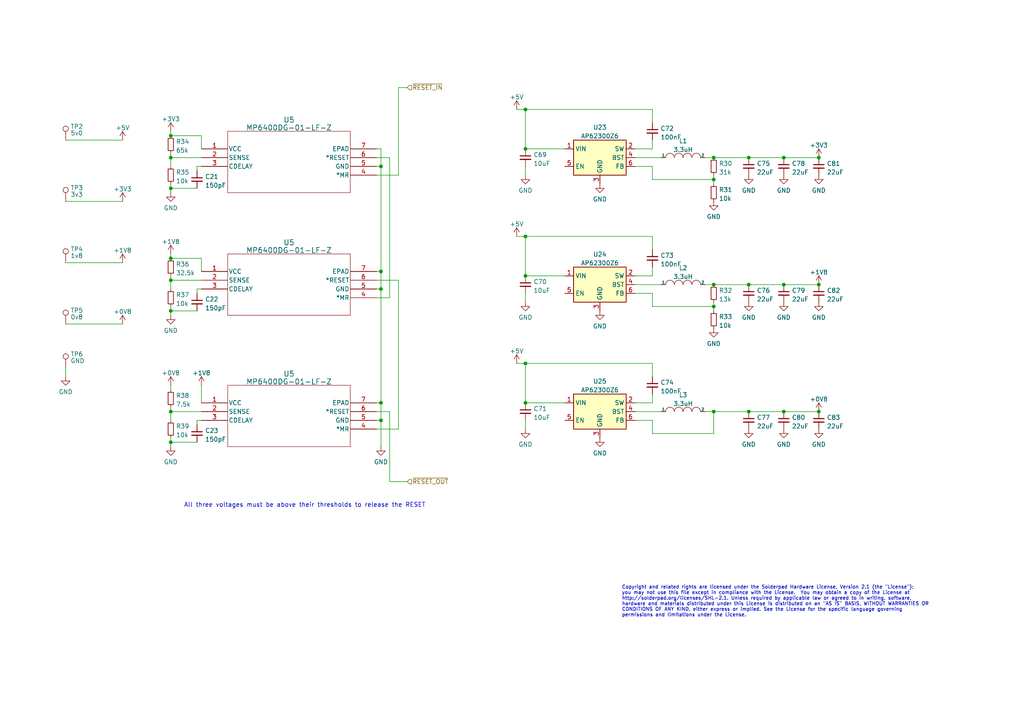
<source format=kicad_sch>
(kicad_sch (version 20230121) (generator eeschema)
  (paper "A4")
  (lib_symbols
    (symbol "Connector:TestPoint" (pin_numbers hide) (pin_names (offset 0.762) hide)
      (property "Reference" "TP" (at 0 6.858 0))
      (property "Value" "TestPoint" (at 0 5.08 0))
      (symbol "TestPoint_0_1"
        (circle (center 0 3.302) (radius 0.762))
      )
      (symbol "TestPoint_1_1"
        (pin passive line (at 0 0 90) (length 2.54) (name "1") (number "1"))
      )
    )
    (symbol "Device:C_Small" (pin_numbers hide) (pin_names (offset 0.254) hide)
      (property "Reference" "C" (at 0.254 1.778 0))
      (property "Value" "C_Small" (at 0.254 -2.032 0))
      (symbol "C_Small_0_1"
        (polyline (pts (xy -1.524 -0.508) (xy 1.524 -0.508)) (stroke (width 0.3302)))
        (polyline (pts (xy -1.524 0.508) (xy 1.524 0.508)) (stroke (width 0.3048)))
      )
      (symbol "C_Small_1_1"
        (pin passive line (at 0 2.54 270) (length 2.032) (name "~") (number "1"))
        (pin passive line (at 0 -2.54 90) (length 2.032) (name "~") (number "2"))
      )
    )
    (symbol "Device:R_Small" (pin_numbers hide) (pin_names (offset 0.254) hide)
      (property "Reference" "R" (at 0.762 0.508 0))
      (property "Value" "R_Small" (at 0.762 -1.016 0))
      (symbol "R_Small_0_1"
        (rectangle (start -0.762 1.778) (end 0.762 -1.778) (stroke (width 0.2032)))
      )
      (symbol "R_Small_1_1"
        (pin passive line (at 0 2.54 270) (length 0.762) (name "~") (number "1"))
        (pin passive line (at 0 -2.54 90) (length 0.762) (name "~") (number "2"))
      )
    )
    (symbol "MP6400:MP6400DG-01-LF-Z" (pin_names (offset 0.254))
      (property "Reference" "U" (at 25.4 10.16 0))
      (property "Value" "MP6400DG-01-LF-Z" (at 25.4 7.62 0))
      (symbol "MP6400DG-01-LF-Z_0_1"
        (polyline (pts (xy 7.62 -12.7) (xy 43.18 -12.7)) (stroke (width 0.127)))
        (polyline (pts (xy 7.62 5.08) (xy 7.62 -12.7)) (stroke (width 0.127)))
        (polyline (pts (xy 43.18 -12.7) (xy 43.18 5.08)) (stroke (width 0.127)))
        (polyline (pts (xy 43.18 5.08) (xy 7.62 5.08)) (stroke (width 0.127)))
        (pin power_in line (at 0 0 0) (length 7.62) (name "VCC") (number "1"))
        (pin unspecified line (at 0 -2.54 0) (length 7.62) (name "SENSE") (number "2"))
        (pin unspecified line (at 0 -5.08 0) (length 7.62) (name "CDELAY") (number "3"))
        (pin unspecified line (at 50.8 -7.62 180) (length 7.62) (name "*MR") (number "4"))
        (pin power_in line (at 50.8 -5.08 180) (length 7.62) (name "GND") (number "5"))
        (pin unspecified line (at 50.8 -2.54 180) (length 7.62) (name "*RESET") (number "6"))
        (pin power_in line (at 50.8 0 180) (length 7.62) (name "EPAD") (number "7"))
      )
    )
    (symbol "Regulator_Switching:AP62300Z6"
      (property "Reference" "U" (at -7.62 6.35 0))
      (property "Value" "AP62300Z6" (at 6.35 -6.35 0))
      (symbol "AP62300Z6_0_1"
        (rectangle (start -7.62 5.08) (end 7.62 -5.08) (stroke (width 0.254)) (fill (type background)))
      )
      (symbol "AP62300Z6_1_1"
        (pin power_in line (at -10.16 2.54 0) (length 2.54) (name "VIN") (number "1"))
        (pin output line (at 10.16 2.54 180) (length 2.54) (name "SW") (number "2"))
        (pin power_in line (at 0 -7.62 90) (length 2.54) (name "GND") (number "3"))
        (pin passive line (at 10.16 0 180) (length 2.54) (name "BST") (number "4"))
        (pin input line (at -10.16 -2.54 0) (length 2.54) (name "EN") (number "5"))
        (pin input line (at 10.16 -2.54 180) (length 2.54) (name "FB") (number "6"))
      )
    )
    (symbol "power:+0V8" (power) (pin_names (offset 0))
      (property "Value" "+0V8" (at 0 3.556 0))
      (symbol "+0V8_0_1"
        (polyline (pts (xy -0.762 1.27) (xy 0 2.54)))
        (polyline (pts (xy 0 0) (xy 0 2.54)))
        (polyline (pts (xy 0 2.54) (xy 0.762 1.27)))
      )
      (symbol "+0V8_1_1"
        (pin power_in line (at 0 0 90) (length 0) hide (name "+0V8") (number "1"))
      )
    )
    (symbol "power:+1V8" (power) (pin_names (offset 0))
      (property "Value" "+1V8" (at 0 3.556 0))
      (symbol "+1V8_0_1"
        (polyline (pts (xy -0.762 1.27) (xy 0 2.54)))
        (polyline (pts (xy 0 0) (xy 0 2.54)))
        (polyline (pts (xy 0 2.54) (xy 0.762 1.27)))
      )
      (symbol "+1V8_1_1"
        (pin power_in line (at 0 0 90) (length 0) hide (name "+1V8") (number "1"))
      )
    )
    (symbol "power:+3.3V" (power) (pin_names (offset 0))
      (property "Value" "+3.3V" (at 0 3.556 0))
      (symbol "+3.3V_0_1"
        (polyline (pts (xy -0.762 1.27) (xy 0 2.54)))
        (polyline (pts (xy 0 0) (xy 0 2.54)))
        (polyline (pts (xy 0 2.54) (xy 0.762 1.27)))
      )
      (symbol "+3.3V_1_1"
        (pin power_in line (at 0 0 90) (length 0) hide (name "+3V3") (number "1"))
      )
    )
    (symbol "power:+5V" (power) (pin_names (offset 0))
      (property "Value" "+5V" (at 0 3.556 0))
      (symbol "+5V_0_1"
        (polyline (pts (xy -0.762 1.27) (xy 0 2.54)))
        (polyline (pts (xy 0 0) (xy 0 2.54)))
        (polyline (pts (xy 0 2.54) (xy 0.762 1.27)))
      )
      (symbol "+5V_1_1"
        (pin power_in line (at 0 0 90) (length 0) hide (name "+5V") (number "1"))
      )
    )
    (symbol "power:GND" (power) (pin_names (offset 0))
      (property "Value" "GND" (at 0 -3.81 0))
      (symbol "GND_0_1"
        (polyline (pts (xy 0 0) (xy 0 -1.27) (xy 1.27 -1.27) (xy 0 -2.54) (xy -1.27 -1.27) (xy 0 -1.27)))
      )
      (symbol "GND_1_1"
        (pin power_in line (at 0 0 270) (length 0) hide (name "GND") (number "1"))
      )
    )
    (symbol "pspice:INDUCTOR" (pin_numbers hide) (pin_names (offset 0))
      (property "Reference" "L" (at 0 2.54 0))
      (property "Value" "INDUCTOR" (at 0 -1.27 0))
      (symbol "INDUCTOR_0_1"
        (arc (start -2.54 0) (mid -3.81 1.2645) (end -5.08 0))
        (arc (start 0 0) (mid -1.27 1.2645) (end -2.54 0))
        (arc (start 2.54 0) (mid 1.27 1.2645) (end 0 0))
        (arc (start 5.08 0) (mid 3.81 1.2645) (end 2.54 0))
      )
      (symbol "INDUCTOR_1_1"
        (pin input line (at -6.35 0 0) (length 1.27) (name "1") (number "1"))
        (pin input line (at 6.35 0 180) (length 1.27) (name "2") (number "2"))
      )
    )
  )
  (junction (at 227.33 82.55))
  (junction (at 49.53 54.61))
  (junction (at 237.49 119.38))
  (junction (at 152.4 116.84))
  (junction (at 49.53 81.28))
  (junction (at 152.4 43.18))
  (junction (at 152.4 80.01))
  (junction (at 237.49 45.72))
  (junction (at 110.49 121.92))
  (junction (at 110.49 116.84))
  (junction (at 110.49 78.74))
  (junction (at 49.53 45.72))
  (junction (at 49.53 119.38))
  (junction (at 217.17 45.72))
  (junction (at 207.01 88.9))
  (junction (at 49.53 128.27))
  (junction (at 110.49 48.26))
  (junction (at 152.4 68.58))
  (junction (at 152.4 31.75))
  (junction (at 49.53 39.37))
  (junction (at 110.49 83.82))
  (junction (at 237.49 82.55))
  (junction (at 207.01 45.72))
  (junction (at 49.53 74.93))
  (junction (at 227.33 45.72))
  (junction (at 207.01 82.55))
  (junction (at 227.33 119.38))
  (junction (at 49.53 90.17))
  (junction (at 217.17 119.38))
  (junction (at 152.4 105.41))
  (junction (at 217.17 82.55))
  (junction (at 207.01 119.38))
  (junction (at 207.01 52.07))
  (wire (pts (xy 152.4 31.75) (xy 152.4 43.18)))
  (wire (pts (xy 109.22 119.38) (xy 113.03 119.38)))
  (wire (pts (xy 49.53 128.27) (xy 49.53 129.54)))
  (wire (pts (xy 115.57 81.28) (xy 115.57 124.46)))
  (wire (pts (xy 115.57 50.8) (xy 115.57 25.4)))
  (wire (pts (xy 204.47 82.55) (xy 207.01 82.55)))
  (wire (pts (xy 189.23 77.47) (xy 189.23 80.01)))
  (wire (pts (xy 152.4 48.26) (xy 152.4 50.8)))
  (wire (pts (xy 49.53 118.11) (xy 49.53 119.38)))
  (wire (pts (xy 227.33 119.38) (xy 237.49 119.38)))
  (wire (pts (xy 19.05 58.42) (xy 35.56 58.42)))
  (wire (pts (xy 49.53 38.1) (xy 49.53 39.37)))
  (wire (pts (xy 152.4 68.58) (xy 189.23 68.58)))
  (wire (pts (xy 189.23 121.92) (xy 189.23 125.73)))
  (wire (pts (xy 49.53 119.38) (xy 49.53 121.92)))
  (wire (pts (xy 49.53 90.17) (xy 49.53 91.44)))
  (wire (pts (xy 189.23 88.9) (xy 207.01 88.9)))
  (wire (pts (xy 152.4 31.75) (xy 189.23 31.75)))
  (wire (pts (xy 217.17 45.72) (xy 227.33 45.72)))
  (wire (pts (xy 49.53 45.72) (xy 49.53 48.26)))
  (wire (pts (xy 109.22 78.74) (xy 110.49 78.74)))
  (wire (pts (xy 49.53 128.27) (xy 57.15 128.27)))
  (wire (pts (xy 189.23 52.07) (xy 207.01 52.07)))
  (wire (pts (xy 113.03 45.72) (xy 113.03 86.36)))
  (wire (pts (xy 207.01 88.9) (xy 207.01 90.17)))
  (wire (pts (xy 49.53 39.37) (xy 58.42 39.37)))
  (wire (pts (xy 57.15 48.26) (xy 57.15 49.53)))
  (wire (pts (xy 58.42 48.26) (xy 57.15 48.26)))
  (wire (pts (xy 19.05 93.98) (xy 35.56 93.98)))
  (wire (pts (xy 184.15 119.38) (xy 191.77 119.38)))
  (wire (pts (xy 19.05 106.68) (xy 19.05 109.22)))
  (wire (pts (xy 204.47 45.72) (xy 207.01 45.72)))
  (wire (pts (xy 110.49 48.26) (xy 110.49 78.74)))
  (wire (pts (xy 184.15 80.01) (xy 189.23 80.01)))
  (wire (pts (xy 189.23 40.64) (xy 189.23 43.18)))
  (wire (pts (xy 152.4 121.92) (xy 152.4 124.46)))
  (wire (pts (xy 184.15 121.92) (xy 189.23 121.92)))
  (wire (pts (xy 217.17 82.55) (xy 227.33 82.55)))
  (wire (pts (xy 109.22 81.28) (xy 115.57 81.28)))
  (wire (pts (xy 49.53 81.28) (xy 58.42 81.28)))
  (wire (pts (xy 49.53 119.38) (xy 58.42 119.38)))
  (wire (pts (xy 58.42 74.93) (xy 58.42 78.74)))
  (wire (pts (xy 49.53 111.76) (xy 49.53 113.03)))
  (wire (pts (xy 115.57 50.8) (xy 109.22 50.8)))
  (wire (pts (xy 113.03 119.38) (xy 113.03 139.7)))
  (wire (pts (xy 58.42 39.37) (xy 58.42 43.18)))
  (wire (pts (xy 227.33 82.55) (xy 237.49 82.55)))
  (wire (pts (xy 207.01 82.55) (xy 217.17 82.55)))
  (wire (pts (xy 207.01 119.38) (xy 217.17 119.38)))
  (wire (pts (xy 19.05 76.2) (xy 35.56 76.2)))
  (wire (pts (xy 49.53 54.61) (xy 49.53 55.88)))
  (wire (pts (xy 184.15 43.18) (xy 189.23 43.18)))
  (wire (pts (xy 49.53 90.17) (xy 57.15 90.17)))
  (wire (pts (xy 149.86 105.41) (xy 152.4 105.41)))
  (wire (pts (xy 49.53 74.93) (xy 58.42 74.93)))
  (wire (pts (xy 152.4 105.41) (xy 189.23 105.41)))
  (wire (pts (xy 189.23 68.58) (xy 189.23 72.39)))
  (wire (pts (xy 109.22 121.92) (xy 110.49 121.92)))
  (wire (pts (xy 149.86 68.58) (xy 152.4 68.58)))
  (wire (pts (xy 207.01 119.38) (xy 207.01 125.73)))
  (wire (pts (xy 115.57 124.46) (xy 109.22 124.46)))
  (wire (pts (xy 49.53 88.9) (xy 49.53 90.17)))
  (wire (pts (xy 109.22 48.26) (xy 110.49 48.26)))
  (wire (pts (xy 49.53 45.72) (xy 58.42 45.72)))
  (wire (pts (xy 110.49 43.18) (xy 110.49 48.26)))
  (wire (pts (xy 204.47 119.38) (xy 207.01 119.38)))
  (wire (pts (xy 207.01 45.72) (xy 217.17 45.72)))
  (wire (pts (xy 57.15 83.82) (xy 57.15 85.09)))
  (wire (pts (xy 49.53 81.28) (xy 49.53 83.82)))
  (wire (pts (xy 227.33 45.72) (xy 237.49 45.72)))
  (wire (pts (xy 19.05 40.64) (xy 35.56 40.64)))
  (wire (pts (xy 184.15 45.72) (xy 191.77 45.72)))
  (wire (pts (xy 109.22 43.18) (xy 110.49 43.18)))
  (wire (pts (xy 152.4 105.41) (xy 152.4 116.84)))
  (wire (pts (xy 189.23 105.41) (xy 189.23 109.22)))
  (wire (pts (xy 184.15 82.55) (xy 191.77 82.55)))
  (wire (pts (xy 189.23 31.75) (xy 189.23 35.56)))
  (wire (pts (xy 110.49 121.92) (xy 110.49 129.54)))
  (wire (pts (xy 49.53 73.66) (xy 49.53 74.93)))
  (wire (pts (xy 49.53 44.45) (xy 49.53 45.72)))
  (wire (pts (xy 152.4 85.09) (xy 152.4 87.63)))
  (wire (pts (xy 49.53 127) (xy 49.53 128.27)))
  (wire (pts (xy 152.4 68.58) (xy 152.4 80.01)))
  (wire (pts (xy 184.15 85.09) (xy 189.23 85.09)))
  (wire (pts (xy 207.01 87.63) (xy 207.01 88.9)))
  (wire (pts (xy 207.01 50.8) (xy 207.01 52.07)))
  (wire (pts (xy 113.03 86.36) (xy 109.22 86.36)))
  (wire (pts (xy 109.22 83.82) (xy 110.49 83.82)))
  (wire (pts (xy 152.4 43.18) (xy 163.83 43.18)))
  (wire (pts (xy 217.17 119.38) (xy 227.33 119.38)))
  (wire (pts (xy 58.42 111.76) (xy 58.42 116.84)))
  (wire (pts (xy 149.86 31.75) (xy 152.4 31.75)))
  (wire (pts (xy 110.49 83.82) (xy 110.49 116.84)))
  (wire (pts (xy 152.4 116.84) (xy 163.83 116.84)))
  (wire (pts (xy 109.22 45.72) (xy 113.03 45.72)))
  (wire (pts (xy 207.01 52.07) (xy 207.01 53.34)))
  (wire (pts (xy 109.22 116.84) (xy 110.49 116.84)))
  (wire (pts (xy 113.03 139.7) (xy 118.11 139.7)))
  (wire (pts (xy 189.23 85.09) (xy 189.23 88.9)))
  (wire (pts (xy 58.42 121.92) (xy 57.15 121.92)))
  (wire (pts (xy 58.42 83.82) (xy 57.15 83.82)))
  (wire (pts (xy 189.23 48.26) (xy 189.23 52.07)))
  (wire (pts (xy 189.23 114.3) (xy 189.23 116.84)))
  (wire (pts (xy 110.49 116.84) (xy 110.49 121.92)))
  (wire (pts (xy 57.15 121.92) (xy 57.15 123.19)))
  (wire (pts (xy 115.57 25.4) (xy 118.11 25.4)))
  (wire (pts (xy 152.4 80.01) (xy 163.83 80.01)))
  (wire (pts (xy 189.23 125.73) (xy 207.01 125.73)))
  (wire (pts (xy 110.49 78.74) (xy 110.49 83.82)))
  (wire (pts (xy 184.15 116.84) (xy 189.23 116.84)))
  (wire (pts (xy 49.53 53.34) (xy 49.53 54.61)))
  (wire (pts (xy 49.53 54.61) (xy 57.15 54.61)))
  (wire (pts (xy 184.15 48.26) (xy 189.23 48.26)))
  (wire (pts (xy 49.53 80.01) (xy 49.53 81.28)))
  (text "All three voltages must be above their thresholds to release the RESET" (at 53.34 147.32 0) (effects (font (size 1.27 1.27)) (justify left bottom)))
  (text "Copyright and related rights are licensed under the Solderpad Hardware License, Version 2.1 (the \"License\");\nyou may not use this file except in compliance with the License.  You may obtain a copy of the License at\nhttp://solderpad.org/licenses/SHL-2.1. Unless required by applicable law or agreed to in writing, software,\nhardware and materials distributed under this License is distributed on an \"AS IS\" BASIS, WITHOUT WARRANTIES OR\nCONDITIONS OF ANY KIND, either express or implied. See the License for the specific language governing\npermissions and limitations under the License.\n" (at 180.34 179.07 0) (effects (font (size 1 1)) (justify left bottom)))
  (hierarchical_label "~{RESET_IN}" (shape input) (at 118.11 25.4 0))
  (hierarchical_label "~{RESET_OUT}" (shape input) (at 118.11 139.7 0))
  (symbol (lib_id "power:+1V8") (at 49.53 73.66 0) (unit 1)
    (property "Reference" "#PWR0164" (effects hide))
    (property "Value" "+1V8" (at 49.53 70.0842 0))
  )
  (symbol (lib_id "Device:C_Small") (at 152.4 45.72 0) (unit 1)
    (property "Reference" "C69" (at 154.7241 44.8916 0) (effects (justify left)))
    (property "Value" "10uF" (at 154.7241 47.4285 0) (effects (justify left)))
    (property "Footprint" "Capacitor_SMD:C_0603_1608Metric" (effects hide))
  )
  (symbol (lib_id "power:+3.3V") (at 49.53 38.1 0) (unit 1)
    (property "Reference" "#PWR0163" (effects hide))
    (property "Value" "+3.3V" (at 49.53 34.5242 0))
  )
  (symbol (lib_id "MP6400:MP6400DG-01-LF-Z") (at 58.42 116.84 0) (unit 1)
    (property "Reference" "U5" (at 83.82 108.4404 0) (effects (font (size 1.524 1.524))))
    (property "Value" "MP6400DG-01-LF-Z" (at 83.82 110.6946 0) (effects (font (size 1.524 1.524))))
    (property "Footprint" "QFN6_MP6400_MNP" (effects hide))
    (property "Datasheet" "MP6400DG-01-LF-Z" (effects hide))
    (instances (project "OpenHW DevKit" (path "" (reference "U5") (unit 1)) (path "" (reference "U16") (unit 1))))
  )
  (symbol (lib_id "power:+0V8") (at 49.53 111.76 0) (unit 1)
    (property "Reference" "#PWR0165" (effects hide))
    (property "Value" "+0V8" (at 49.53 108.1842 0))
  )
  (symbol (lib_id "Device:R_Small") (at 49.53 86.36 0) (unit 1)
    (property "Reference" "R37" (at 51.0286 85.5253 0) (effects (justify left)))
    (property "Value" "10k" (at 51.0286 88.0622 0) (effects (justify left)))
    (property "Footprint" "Resistor_SMD:R_0603_1608Metric" (effects hide))
  )
  (symbol (lib_id "Device:R_Small") (at 207.01 48.26 0) (unit 1)
    (property "Reference" "R30" (at 208.5086 47.4253 0) (effects (justify left)))
    (property "Value" "31k" (at 208.5086 49.9622 0) (effects (justify left)))
    (property "Footprint" "Resistor_SMD:R_0603_1608Metric" (effects hide))
  )
  (symbol (lib_id "pspice:INDUCTOR") (at 198.12 119.38 0) (unit 1)
    (property "Reference" "L3" (at 198.12 114.5372 0))
    (property "Value" "3.3uH" (at 198.12 117.0741 0))
    (property "Footprint" "Inductor_SMD:L_Bourns-SRN4018" (effects hide))
  )
  (symbol (lib_id "power:GND") (at 217.17 50.8 0) (unit 1)
    (property "Reference" "#PWR089" (effects hide))
    (property "Value" "GND" (at 217.17 55.2434 0))
  )
  (symbol (lib_id "Device:C_Small") (at 152.4 82.55 0) (unit 1)
    (property "Reference" "C70" (at 154.7241 81.7216 0) (effects (justify left)))
    (property "Value" "10uF" (at 154.7241 84.2585 0) (effects (justify left)))
    (property "Footprint" "Capacitor_SMD:C_0603_1608Metric" (effects hide))
  )
  (symbol (lib_id "power:GND") (at 152.4 50.8 0) (unit 1)
    (property "Reference" "#PWR081" (effects hide))
    (property "Value" "GND" (at 152.4 55.2434 0))
  )
  (symbol (lib_id "power:+0V8") (at 35.56 93.98 0) (unit 1)
    (property "Reference" "#PWR0161" (effects hide))
    (property "Value" "+0V8" (at 35.56 90.4042 0))
  )
  (symbol (lib_id "Device:C_Small") (at 227.33 85.09 0) (unit 1)
    (property "Reference" "C79" (at 229.6541 84.2616 0) (effects (justify left)))
    (property "Value" "22uF" (at 229.6541 86.7985 0) (effects (justify left)))
    (property "Footprint" "Capacitor_SMD:C_0603_1608Metric" (effects hide))
  )
  (symbol (lib_id "Device:C_Small") (at 237.49 121.92 0) (unit 1)
    (property "Reference" "C83" (at 239.8141 121.0916 0) (effects (justify left)))
    (property "Value" "22uF" (at 239.8141 123.6285 0) (effects (justify left)))
    (property "Footprint" "Capacitor_SMD:C_0603_1608Metric" (effects hide))
  )
  (symbol (lib_id "power:GND") (at 152.4 87.63 0) (unit 1)
    (property "Reference" "#PWR082" (effects hide))
    (property "Value" "GND" (at 152.4 92.0734 0))
  )
  (symbol (lib_id "power:+5V") (at 149.86 105.41 0) (unit 1)
    (property "Reference" "#PWR080" (effects hide))
    (property "Value" "+5V" (at 149.86 101.8342 0))
  )
  (symbol (lib_id "power:GND") (at 49.53 55.88 0) (unit 1)
    (property "Reference" "#PWR0169" (effects hide))
    (property "Value" "GND" (at 49.53 60.3234 0))
  )
  (symbol (lib_id "Device:C_Small") (at 227.33 48.26 0) (unit 1)
    (property "Reference" "C78" (at 229.6541 47.4316 0) (effects (justify left)))
    (property "Value" "22uF" (at 229.6541 49.9685 0) (effects (justify left)))
    (property "Footprint" "Capacitor_SMD:C_0603_1608Metric" (effects hide))
  )
  (symbol (lib_id "power:GND") (at 217.17 87.63 0) (unit 1)
    (property "Reference" "#PWR090" (effects hide))
    (property "Value" "GND" (at 217.17 92.0734 0))
  )
  (symbol (lib_id "power:GND") (at 227.33 87.63 0) (unit 1)
    (property "Reference" "#PWR093" (effects hide))
    (property "Value" "GND" (at 227.33 92.0734 0))
  )
  (symbol (lib_id "Connector:TestPoint") (at 19.05 58.42 0) (unit 1)
    (property "Reference" "TP3" (at 20.447 54.4743 0) (effects (justify left)))
    (property "Value" "3v3" (at 20.447 56.3953 0) (effects (justify left)))
    (property "Footprint" "TestPoint:TestPoint_Loop_D2.54mm_Drill1.5mm_Beaded" (effects hide))
  )
  (symbol (lib_id "Device:C_Small") (at 189.23 74.93 0) (unit 1)
    (property "Reference" "C73" (at 191.5541 74.1016 0) (effects (justify left)))
    (property "Value" "100nF" (at 191.5541 76.6385 0) (effects (justify left)))
    (property "Footprint" "Capacitor_SMD:C_0603_1608Metric" (effects hide))
  )
  (symbol (lib_id "Device:R_Small") (at 49.53 77.47 0) (unit 1)
    (property "Reference" "R36" (at 51.0286 76.6353 0) (effects (justify left)))
    (property "Value" "32.5k" (at 51.0286 79.1722 0) (effects (justify left)))
    (property "Footprint" "Resistor_SMD:R_0603_1608Metric" (effects hide))
  )
  (symbol (lib_id "Regulator_Switching:AP62300Z6") (at 173.99 82.55 0) (unit 1)
    (property "Reference" "U24" (at 173.99 73.7702 0))
    (property "Value" "AP62300Z6" (at 173.99 76.3071 0))
    (property "Footprint" "Package_TO_SOT_SMD:SOT-563" (effects hide))
    (property "Datasheet" "https://www.diodes.com/assets/Datasheets/AP62300_AP62301_AP62300T.pdf" (effects hide))
  )
  (symbol (lib_id "Device:C_Small") (at 57.15 125.73 0) (unit 1)
    (property "Reference" "C23" (at 59.4741 124.9016 0) (effects (justify left)))
    (property "Value" "150pF" (at 59.4741 127.4385 0) (effects (justify left)))
    (property "Footprint" "Capacitor_SMD:C_0603_1608Metric" (effects hide))
  )
  (symbol (lib_id "Regulator_Switching:AP62300Z6") (at 173.99 45.72 0) (unit 1)
    (property "Reference" "U23" (at 173.99 36.9402 0))
    (property "Value" "AP62300Z6" (at 173.99 39.4771 0))
    (property "Footprint" "Package_TO_SOT_SMD:SOT-563" (effects hide))
    (property "Datasheet" "https://www.diodes.com/assets/Datasheets/AP62300_AP62301_AP62300T.pdf" (effects hide))
  )
  (symbol (lib_id "pspice:INDUCTOR") (at 198.12 82.55 0) (unit 1)
    (property "Reference" "L2" (at 198.12 77.7072 0))
    (property "Value" "3.3uH" (at 198.12 80.2441 0))
    (property "Footprint" "Inductor_SMD:L_Bourns-SRN4018" (effects hide))
  )
  (symbol (lib_id "Device:C_Small") (at 57.15 87.63 0) (unit 1)
    (property "Reference" "C22" (at 59.4741 86.8016 0) (effects (justify left)))
    (property "Value" "150pF" (at 59.4741 89.3385 0) (effects (justify left)))
    (property "Footprint" "Capacitor_SMD:C_0603_1608Metric" (effects hide))
  )
  (symbol (lib_id "Device:C_Small") (at 237.49 85.09 0) (unit 1)
    (property "Reference" "C82" (at 239.8141 84.2616 0) (effects (justify left)))
    (property "Value" "22uF" (at 239.8141 86.7985 0) (effects (justify left)))
    (property "Footprint" "Capacitor_SMD:C_0603_1608Metric" (effects hide))
  )
  (symbol (lib_id "power:+1V8") (at 35.56 76.2 0) (unit 1)
    (property "Reference" "#PWR0160" (effects hide))
    (property "Value" "+1V8" (at 35.56 72.6242 0))
  )
  (symbol (lib_id "pspice:INDUCTOR") (at 198.12 45.72 0) (unit 1)
    (property "Reference" "L1" (at 198.12 40.8772 0))
    (property "Value" "3.3uH" (at 198.12 43.4141 0))
    (property "Footprint" "Inductor_SMD:L_Bourns-SRN4018" (effects hide))
  )
  (symbol (lib_id "power:+1V8") (at 237.49 82.55 0) (unit 1)
    (property "Reference" "#PWR097" (effects hide))
    (property "Value" "+1V8" (at 237.49 78.9742 0))
  )
  (symbol (lib_id "Connector:TestPoint") (at 19.05 106.68 0) (unit 1)
    (property "Reference" "TP6" (at 20.447 102.7343 0) (effects (justify left)))
    (property "Value" "GND" (at 20.447 104.6553 0) (effects (justify left)))
    (property "Footprint" "TestPoint:TestPoint_Loop_D2.54mm_Drill1.5mm_Beaded" (effects hide))
  )
  (symbol (lib_id "power:GND") (at 173.99 53.34 0) (unit 1)
    (property "Reference" "#PWR084" (effects hide))
    (property "Value" "GND" (at 173.99 57.7834 0))
  )
  (symbol (lib_id "power:GND") (at 237.49 87.63 0) (unit 1)
    (property "Reference" "#PWR098" (effects hide))
    (property "Value" "GND" (at 237.49 92.0734 0))
  )
  (symbol (lib_id "MP6400:MP6400DG-01-LF-Z") (at 58.42 78.74 0) (unit 1)
    (property "Reference" "U5" (at 83.82 70.3404 0) (effects (font (size 1.524 1.524))))
    (property "Value" "MP6400DG-01-LF-Z" (at 83.82 72.5946 0) (effects (font (size 1.524 1.524))))
    (property "Footprint" "QFN6_MP6400_MNP" (effects hide))
    (property "Datasheet" "MP6400DG-01-LF-Z" (effects hide))
    (instances (project "OpenHW DevKit" (path "" (reference "U5") (unit 1)) (path "" (reference "U15") (unit 1))))
  )
  (symbol (lib_id "Device:R_Small") (at 207.01 85.09 0) (unit 1)
    (property "Reference" "R32" (at 208.5086 84.2553 0) (effects (justify left)))
    (property "Value" "13k" (at 208.5086 86.7922 0) (effects (justify left)))
    (property "Footprint" "Resistor_SMD:R_0603_1608Metric" (effects hide))
  )
  (symbol (lib_id "power:GND") (at 49.53 129.54 0) (unit 1)
    (property "Reference" "#PWR0168" (effects hide))
    (property "Value" "GND" (at 49.53 133.9834 0))
  )
  (symbol (lib_id "Device:C_Small") (at 237.49 48.26 0) (unit 1)
    (property "Reference" "C81" (at 239.8141 47.4316 0) (effects (justify left)))
    (property "Value" "22uF" (at 239.8141 49.9685 0) (effects (justify left)))
    (property "Footprint" "Capacitor_SMD:C_0603_1608Metric" (effects hide))
  )
  (symbol (lib_id "power:GND") (at 173.99 127 0) (unit 1)
    (property "Reference" "#PWR086" (effects hide))
    (property "Value" "GND" (at 173.99 131.4434 0))
  )
  (symbol (lib_id "power:GND") (at 19.05 109.22 0) (unit 1)
    (property "Reference" "#PWR0162" (effects hide))
    (property "Value" "GND" (at 19.05 113.6634 0))
  )
  (symbol (lib_id "power:GND") (at 173.99 90.17 0) (unit 1)
    (property "Reference" "#PWR085" (effects hide))
    (property "Value" "GND" (at 173.99 94.6134 0))
  )
  (symbol (lib_id "power:+5V") (at 149.86 68.58 0) (unit 1)
    (property "Reference" "#PWR079" (effects hide))
    (property "Value" "+5V" (at 149.86 65.0042 0))
  )
  (symbol (lib_id "Device:R_Small") (at 49.53 50.8 0) (unit 1)
    (property "Reference" "R35" (at 51.0286 49.9653 0) (effects (justify left)))
    (property "Value" "10k" (at 51.0286 52.5022 0) (effects (justify left)))
    (property "Footprint" "Resistor_SMD:R_0603_1608Metric" (effects hide))
  )
  (symbol (lib_id "power:GND") (at 227.33 50.8 0) (unit 1)
    (property "Reference" "#PWR092" (effects hide))
    (property "Value" "GND" (at 227.33 55.2434 0))
  )
  (symbol (lib_id "Device:C_Small") (at 217.17 48.26 0) (unit 1)
    (property "Reference" "C75" (at 219.4941 47.4316 0) (effects (justify left)))
    (property "Value" "22uF" (at 219.4941 49.9685 0) (effects (justify left)))
    (property "Footprint" "Capacitor_SMD:C_0603_1608Metric" (effects hide))
  )
  (symbol (lib_id "Connector:TestPoint") (at 19.05 93.98 0) (unit 1)
    (property "Reference" "TP5" (at 20.447 90.0343 0) (effects (justify left)))
    (property "Value" "0v8" (at 20.447 91.9553 0) (effects (justify left)))
    (property "Footprint" "TestPoint:TestPoint_Loop_D2.54mm_Drill1.5mm_Beaded" (effects hide))
  )
  (symbol (lib_id "power:GND") (at 227.33 124.46 0) (unit 1)
    (property "Reference" "#PWR094" (effects hide))
    (property "Value" "GND" (at 227.33 128.9034 0))
  )
  (symbol (lib_id "power:GND") (at 49.53 91.44 0) (unit 1)
    (property "Reference" "#PWR0167" (effects hide))
    (property "Value" "GND" (at 49.53 95.8834 0))
  )
  (symbol (lib_id "Regulator_Switching:AP62300Z6") (at 173.99 119.38 0) (unit 1)
    (property "Reference" "U25" (at 173.99 110.6002 0))
    (property "Value" "AP62300Z6" (at 173.99 113.1371 0))
    (property "Footprint" "Package_TO_SOT_SMD:SOT-563" (effects hide))
    (property "Datasheet" "https://www.diodes.com/assets/Datasheets/AP62300_AP62301_AP62300T.pdf" (effects hide))
  )
  (symbol (lib_id "Connector:TestPoint") (at 19.05 40.64 0) (unit 1)
    (property "Reference" "TP2" (at 20.447 36.6943 0) (effects (justify left)))
    (property "Value" "5v0" (at 20.447 38.6153 0) (effects (justify left)))
    (property "Footprint" "TestPoint:TestPoint_Loop_D2.54mm_Drill1.5mm_Beaded" (effects hide))
  )
  (symbol (lib_id "power:+3.3V") (at 35.56 58.42 0) (unit 1)
    (property "Reference" "#PWR0159" (effects hide))
    (property "Value" "+3.3V" (at 35.56 54.8442 0))
  )
  (symbol (lib_id "power:+5V") (at 35.56 40.64 0) (unit 1)
    (property "Reference" "#PWR0157" (effects hide))
    (property "Value" "+5V" (at 35.56 37.0642 0))
  )
  (symbol (lib_id "Device:C_Small") (at 227.33 121.92 0) (unit 1)
    (property "Reference" "C80" (at 229.6541 121.0916 0) (effects (justify left)))
    (property "Value" "22uF" (at 229.6541 123.6285 0) (effects (justify left)))
    (property "Footprint" "Capacitor_SMD:C_0603_1608Metric" (effects hide))
  )
  (symbol (lib_id "power:+3.3V") (at 237.49 45.72 0) (unit 1)
    (property "Reference" "#PWR095" (effects hide))
    (property "Value" "+3.3V" (at 237.49 42.1442 0))
  )
  (symbol (lib_id "Connector:TestPoint") (at 19.05 76.2 0) (unit 1)
    (property "Reference" "TP4" (at 20.447 72.2543 0) (effects (justify left)))
    (property "Value" "1v8" (at 20.447 74.1753 0) (effects (justify left)))
    (property "Footprint" "TestPoint:TestPoint_Loop_D2.54mm_Drill1.5mm_Beaded" (effects hide))
  )
  (symbol (lib_id "power:GND") (at 217.17 124.46 0) (unit 1)
    (property "Reference" "#PWR091" (effects hide))
    (property "Value" "GND" (at 217.17 128.9034 0))
  )
  (symbol (lib_id "Device:R_Small") (at 49.53 41.91 0) (unit 1)
    (property "Reference" "R34" (at 51.0286 41.0753 0) (effects (justify left)))
    (property "Value" "65k" (at 51.0286 43.6122 0) (effects (justify left)))
    (property "Footprint" "Resistor_SMD:R_0603_1608Metric" (effects hide))
  )
  (symbol (lib_id "Device:R_Small") (at 49.53 124.46 0) (unit 1)
    (property "Reference" "R39" (at 51.0286 123.6253 0) (effects (justify left)))
    (property "Value" "10k" (at 51.0286 126.1622 0) (effects (justify left)))
    (property "Footprint" "Resistor_SMD:R_0603_1608Metric" (effects hide))
  )
  (symbol (lib_id "MP6400:MP6400DG-01-LF-Z") (at 58.42 43.18 0) (unit 1)
    (property "Reference" "U5" (at 83.82 34.7804 0) (effects (font (size 1.524 1.524))))
    (property "Value" "MP6400DG-01-LF-Z" (at 83.82 37.0346 0) (effects (font (size 1.524 1.524))))
    (property "Footprint" "QFN6_MP6400_MNP" (effects hide))
    (property "Datasheet" "MP6400DG-01-LF-Z" (effects hide))
  )
  (symbol (lib_id "power:GND") (at 207.01 58.42 0) (unit 1)
    (property "Reference" "#PWR087" (effects hide))
    (property "Value" "GND" (at 207.01 62.8634 0))
  )
  (symbol (lib_id "Device:C_Small") (at 217.17 121.92 0) (unit 1)
    (property "Reference" "C77" (at 219.4941 121.0916 0) (effects (justify left)))
    (property "Value" "22uF" (at 219.4941 123.6285 0) (effects (justify left)))
    (property "Footprint" "Capacitor_SMD:C_0603_1608Metric" (effects hide))
  )
  (symbol (lib_id "power:GND") (at 237.49 124.46 0) (unit 1)
    (property "Reference" "#PWR0100" (effects hide))
    (property "Value" "GND" (at 237.49 128.9034 0))
  )
  (symbol (lib_id "power:GND") (at 152.4 124.46 0) (unit 1)
    (property "Reference" "#PWR083" (effects hide))
    (property "Value" "GND" (at 152.4 128.9034 0))
  )
  (symbol (lib_id "Device:C_Small") (at 57.15 52.07 0) (unit 1)
    (property "Reference" "C21" (at 59.4741 51.2416 0) (effects (justify left)))
    (property "Value" "150pF" (at 59.4741 53.7785 0) (effects (justify left)))
    (property "Footprint" "Capacitor_SMD:C_0603_1608Metric" (effects hide))
  )
  (symbol (lib_id "power:+5V") (at 149.86 31.75 0) (unit 1)
    (property "Reference" "#PWR078" (effects hide))
    (property "Value" "+5V" (at 149.86 28.1742 0))
  )
  (symbol (lib_id "Device:R_Small") (at 207.01 92.71 0) (unit 1)
    (property "Reference" "R33" (at 208.5086 91.8753 0) (effects (justify left)))
    (property "Value" "10k" (at 208.5086 94.4122 0) (effects (justify left)))
    (property "Footprint" "Resistor_SMD:R_0603_1608Metric" (effects hide))
  )
  (symbol (lib_id "Device:C_Small") (at 217.17 85.09 0) (unit 1)
    (property "Reference" "C76" (at 219.4941 84.2616 0) (effects (justify left)))
    (property "Value" "22uF" (at 219.4941 86.7985 0) (effects (justify left)))
    (property "Footprint" "Capacitor_SMD:C_0603_1608Metric" (effects hide))
  )
  (symbol (lib_id "power:+0V8") (at 237.49 119.38 0) (unit 1)
    (property "Reference" "#PWR099" (effects hide))
    (property "Value" "+0V8" (at 237.49 115.8042 0))
  )
  (symbol (lib_id "Device:C_Small") (at 189.23 111.76 0) (unit 1)
    (property "Reference" "C74" (at 191.5541 110.9316 0) (effects (justify left)))
    (property "Value" "100nF" (at 191.5541 113.4685 0) (effects (justify left)))
    (property "Footprint" "Capacitor_SMD:C_0603_1608Metric" (effects hide))
  )
  (symbol (lib_id "power:GND") (at 237.49 50.8 0) (unit 1)
    (property "Reference" "#PWR096" (effects hide))
    (property "Value" "GND" (at 237.49 55.2434 0))
  )
  (symbol (lib_id "Device:R_Small") (at 49.53 115.57 0) (unit 1)
    (property "Reference" "R38" (at 51.0286 114.7353 0) (effects (justify left)))
    (property "Value" "7.5k" (at 51.0286 117.2722 0) (effects (justify left)))
    (property "Footprint" "Resistor_SMD:R_0603_1608Metric" (effects hide))
  )
  (symbol (lib_id "power:+1V8") (at 58.42 111.76 0) (unit 1)
    (property "Reference" "#PWR066" (effects hide))
    (property "Value" "+1V8" (at 58.42 108.1842 0))
  )
  (symbol (lib_id "Device:C_Small") (at 152.4 119.38 0) (unit 1)
    (property "Reference" "C71" (at 154.7241 118.5516 0) (effects (justify left)))
    (property "Value" "10uF" (at 154.7241 121.0885 0) (effects (justify left)))
    (property "Footprint" "Capacitor_SMD:C_0603_1608Metric" (effects hide))
  )
  (symbol (lib_id "power:GND") (at 110.49 129.54 0) (unit 1)
    (property "Reference" "#PWR0166" (effects hide))
    (property "Value" "GND" (at 110.49 133.9834 0))
  )
  (symbol (lib_id "Device:C_Small") (at 189.23 38.1 0) (unit 1)
    (property "Reference" "C72" (at 191.5541 37.2716 0) (effects (justify left)))
    (property "Value" "100nF" (at 191.5541 39.8085 0) (effects (justify left)))
    (property "Footprint" "Capacitor_SMD:C_0603_1608Metric" (effects hide))
  )
  (symbol (lib_id "power:GND") (at 207.01 95.25 0) (unit 1)
    (property "Reference" "#PWR088" (effects hide))
    (property "Value" "GND" (at 207.01 99.6934 0))
  )
  (symbol (lib_id "Device:R_Small") (at 207.01 55.88 0) (unit 1)
    (property "Reference" "R31" (at 208.5086 55.0453 0) (effects (justify left)))
    (property "Value" "10k" (at 208.5086 57.5822 0) (effects (justify left)))
    (property "Footprint" "Resistor_SMD:R_0603_1608Metric" (effects hide))
  )
)
</source>
